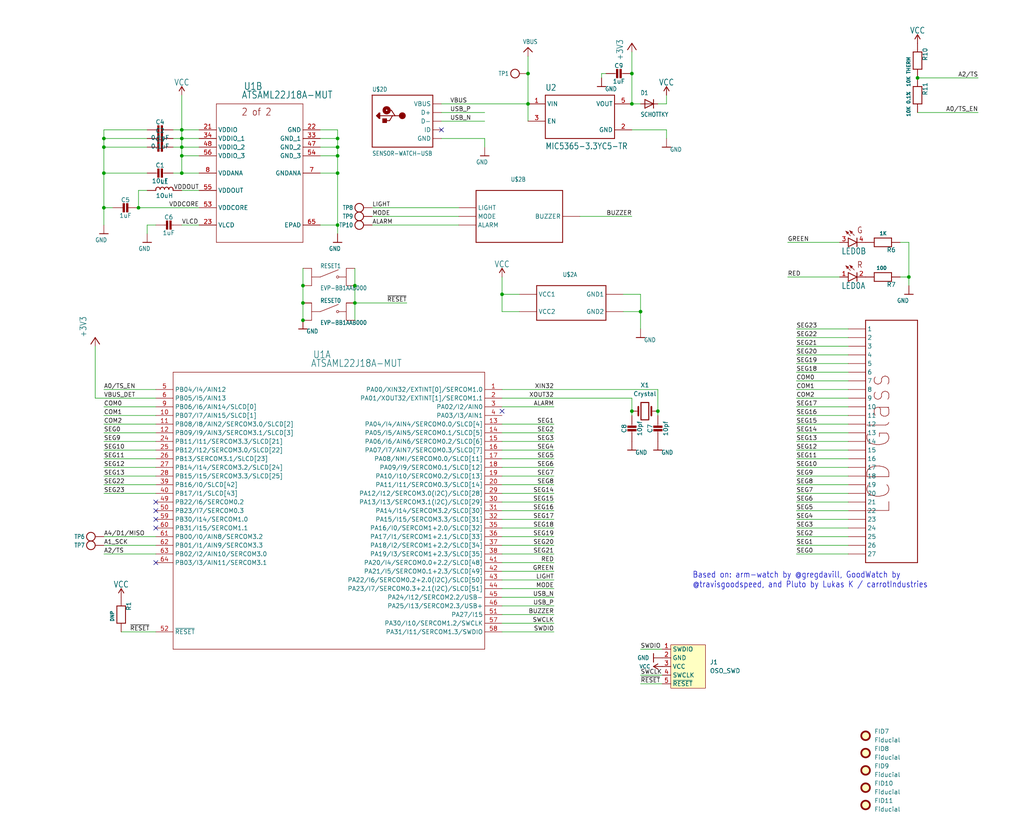
<source format=kicad_sch>
(kicad_sch (version 20211123) (generator eeschema)
  (paper "User" 300.507 242.062)
  (lib_symbols
    (symbol "Device:Crystal" (pin_numbers hide) (pin_names (offset 1.016) hide)
      (property "Reference" "Y" (at 0 3.81 0))
      (property "Value" "Crystal" (at 0 -3.81 0))
      (symbol "Crystal_1_1"
        (pin passive line (at -3.81 0 0) (length 1.27) (name "1") (number "1"))
        (pin passive line (at 3.81 0 180) (length 1.27) (name "2") (number "2"))
      )
    )
    (symbol "Mechanical:Fiducial"
      (property "Reference" "FID" (at 0 5.08 0))
      (property "Value" "Fiducial" (at 0 3.175 0))
    )
    (symbol "OSO-SWAT-A1-05-eagle-import:+3V3" (power)
      (property "Value" "+3V3" (at -2.54 -5.08 90))
      (symbol "+3V3_1_0"
        (pin power_in line (at 0 -2.54 90) (length 2.54) (name "+3V3") (number "1"))
      )
    )
    (symbol "OSO-SWAT-A1-05-eagle-import:ATSAML22J18A-MUT"
      (property "Reference" "U" (at -4.7244 24.3586 0))
      (property "Value" "ATSAML22J18A-MUT" (at -5.3594 21.8186 0))
      (symbol "ATSAML22J18A-MUT_1_0"
        (pin bidirectional line (at 50.8 35.56 180) (length 5.08) (name "PA00/XIN32/EXTINT[0]/SERCOM1.0") (number "1"))
        (pin bidirectional line (at -50.8 27.94 0) (length 5.08) (name "PB07/I7/AIN15/SLCD[1]") (number "10"))
        (pin bidirectional line (at -50.8 25.4 0) (length 5.08) (name "PB08/I8/AIN2/SERCOM3.0/SLCD[2]") (number "11"))
        (pin bidirectional line (at -50.8 22.86 0) (length 5.08) (name "PB09/I9/AIN3/SERCOM3.1/SLCD[3]") (number "12"))
        (pin bidirectional line (at 50.8 25.4 180) (length 5.08) (name "PA04/I4/AIN4/SERCOM0.0/SLCD[4]") (number "13"))
        (pin bidirectional line (at 50.8 22.86 180) (length 5.08) (name "PA05/I5/AIN5/SERCOM0.1/SLCD[5]") (number "14"))
        (pin bidirectional line (at 50.8 20.32 180) (length 5.08) (name "PA06/I6/AIN6/SERCOM0.2/SLCD[6]") (number "15"))
        (pin bidirectional line (at 50.8 17.78 180) (length 5.08) (name "PA07/I7/AIN7/SERCOM0.3/SLCD[7]") (number "16"))
        (pin bidirectional line (at 50.8 15.24 180) (length 5.08) (name "PA08/NMI/SERCOM0.0/SLCD[11]") (number "17"))
        (pin bidirectional line (at 50.8 12.7 180) (length 5.08) (name "PA09/I9/SERCOM0.1/SLCD[12]") (number "18"))
        (pin bidirectional line (at 50.8 10.16 180) (length 5.08) (name "PA10/I10/SERCOM0.2/SLCD[13]") (number "19"))
        (pin bidirectional line (at 50.8 33.02 180) (length 5.08) (name "PA01/XOUT32/EXTINT[1]/SERCOM1.1") (number "2"))
        (pin bidirectional line (at 50.8 7.62 180) (length 5.08) (name "PA11/I11/SERCOM0.3/SLCD[14]") (number "20"))
        (pin bidirectional line (at -50.8 20.32 0) (length 5.08) (name "PB11/I11/SERCOM3.3/SLCD[21]") (number "24"))
        (pin bidirectional line (at -50.8 17.78 0) (length 5.08) (name "PB12/I12/SERCOM3.0/SLCD[22]") (number "25"))
        (pin bidirectional line (at -50.8 15.24 0) (length 5.08) (name "PB13/SERCOM3.1/SLCD[23]") (number "26"))
        (pin bidirectional line (at -50.8 12.7 0) (length 5.08) (name "PB14/I14/SERCOM3.2/SLCD[24]") (number "27"))
        (pin bidirectional line (at -50.8 10.16 0) (length 5.08) (name "PB15/I15/SERCOM3.3/SLCD[25]") (number "28"))
        (pin bidirectional line (at 50.8 5.08 180) (length 5.08) (name "PA12/I12/SERCOM3.0(I2C)/SLCD[28]") (number "29"))
        (pin bidirectional line (at 50.8 30.48 180) (length 5.08) (name "PA02/I2/AIN0") (number "3"))
        (pin bidirectional line (at 50.8 2.54 180) (length 5.08) (name "PA13/I13/SERCOM3.1(I2C)/SLCD[29]") (number "30"))
        (pin bidirectional line (at 50.8 0 180) (length 5.08) (name "PA14/I14/SERCOM3.2/SLCD[30]") (number "31"))
        (pin bidirectional line (at 50.8 -2.54 180) (length 5.08) (name "PA15/I15/SERCOM3.3/SLCD[31]") (number "32"))
        (pin bidirectional line (at 50.8 -5.08 180) (length 5.08) (name "PA16/I0/SERCOM1+2.0/SLCD[32]") (number "35"))
        (pin bidirectional line (at 50.8 -7.62 180) (length 5.08) (name "PA17/I1/SERCOM1+2.1/SLCD[33]") (number "36"))
        (pin bidirectional line (at 50.8 -10.16 180) (length 5.08) (name "PA18/I2/SERCOM1+2.2/SLCD[34]") (number "37"))
        (pin bidirectional line (at 50.8 -12.7 180) (length 5.08) (name "PA19/I3/SERCOM1+2.3/SLCD[35]") (number "38"))
        (pin bidirectional line (at -50.8 7.62 0) (length 5.08) (name "PB16/I0/SLCD[42]") (number "39"))
        (pin bidirectional line (at 50.8 27.94 180) (length 5.08) (name "PA03/I3/AIN1") (number "4"))
        (pin bidirectional line (at -50.8 5.08 0) (length 5.08) (name "PB17/I1/SLCD[43]") (number "40"))
        (pin bidirectional line (at 50.8 -15.24 180) (length 5.08) (name "PA20/I4/SERCOM0.0+2.2/SLCD[48]") (number "41"))
        (pin bidirectional line (at 50.8 -17.78 180) (length 5.08) (name "PA21/I5/SERCOM0.1+2.3/SLCD[49]") (number "42"))
        (pin bidirectional line (at 50.8 -20.32 180) (length 5.08) (name "PA22/I6/SERCOM0.2+2.0(I2C)/SLCD[50]") (number "43"))
        (pin bidirectional line (at 50.8 -22.86 180) (length 5.08) (name "PA23/I7/SERCOM0.3+2.1(I2C)/SLCD[51]") (number "44"))
        (pin bidirectional line (at 50.8 -25.4 180) (length 5.08) (name "PA24/I12/SERCOM2.2/USB-") (number "45"))
        (pin bidirectional line (at 50.8 -27.94 180) (length 5.08) (name "PA25/I13/SERCOM2.3/USB+") (number "46"))
        (pin bidirectional line (at -50.8 2.54 0) (length 5.08) (name "PB22/I6/SERCOM0.2") (number "49"))
        (pin bidirectional line (at -50.8 35.56 0) (length 5.08) (name "PB04/I4/AIN12") (number "5"))
        (pin bidirectional line (at -50.8 0 0) (length 5.08) (name "PB23/I7/SERCOM0.3") (number "50"))
        (pin bidirectional line (at 50.8 -30.48 180) (length 5.08) (name "PA27/I15") (number "51"))
        (pin bidirectional line (at -50.8 -35.56 0) (length 5.08) (name "~{RESET}") (number "52"))
        (pin bidirectional line (at 50.8 -33.02 180) (length 5.08) (name "PA30/I10/SERCOM1.2/SWCLK") (number "57"))
        (pin bidirectional line (at 50.8 -35.56 180) (length 5.08) (name "PA31/I11/SERCOM1.3/SWDIO") (number "58"))
        (pin bidirectional line (at -50.8 -2.54 0) (length 5.08) (name "PB30/I14/SERCOM1.0") (number "59"))
        (pin bidirectional line (at -50.8 33.02 0) (length 5.08) (name "PB05/I5/AIN13") (number "6"))
        (pin bidirectional line (at -50.8 -5.08 0) (length 5.08) (name "PB31/I15/SERCOM1.1") (number "60"))
        (pin bidirectional line (at -50.8 -7.62 0) (length 5.08) (name "PB00/I0/AIN8/SERCOM3.2") (number "61"))
        (pin bidirectional line (at -50.8 -10.16 0) (length 5.08) (name "PB01/I1/AIN9/SERCOM3.3") (number "62"))
        (pin bidirectional line (at -50.8 -12.7 0) (length 5.08) (name "PB02/I2/AIN10/SERCOM3.0") (number "63"))
        (pin bidirectional line (at -50.8 -15.24 0) (length 5.08) (name "PB03/I3/AIN11/SERCOM3.1") (number "64"))
        (pin bidirectional line (at -50.8 30.48 0) (length 5.08) (name "PB06/I6/AIN14/SLCD[0]") (number "9"))
      )
      (symbol "ATSAML22J18A-MUT_2_0"
        (text "2 of 2" (at -5.3594 16.7386 0) (effects (font (size 2.0828 1.7703)) (justify left bottom)))
        (pin power_in line (at -17.78 12.7 0) (length 5.08) (name "VDDIO") (number "21"))
        (pin passive line (at 17.78 12.7 180) (length 5.08) (name "GND") (number "22"))
        (pin passive line (at -17.78 -15.24 0) (length 5.08) (name "VLCD") (number "23"))
        (pin passive line (at 17.78 10.16 180) (length 5.08) (name "GND_1") (number "33"))
        (pin power_in line (at -17.78 10.16 0) (length 5.08) (name "VDDIO_1") (number "34"))
        (pin passive line (at 17.78 7.62 180) (length 5.08) (name "GND_2") (number "47"))
        (pin power_in line (at -17.78 7.62 0) (length 5.08) (name "VDDIO_2") (number "48"))
        (pin power_in line (at -17.78 -10.16 0) (length 5.08) (name "VDDCORE") (number "53"))
        (pin passive line (at 17.78 5.08 180) (length 5.08) (name "GND_3") (number "54"))
        (pin output line (at -17.78 -5.08 0) (length 5.08) (name "VDDOUT") (number "55"))
        (pin power_in line (at -17.78 5.08 0) (length 5.08) (name "VDDIO_3") (number "56"))
        (pin passive line (at 17.78 -15.24 180) (length 5.08) (name "EPAD") (number "65"))
        (pin passive line (at 17.78 0 180) (length 5.08) (name "GNDANA") (number "7"))
        (pin power_in line (at -17.78 0 0) (length 5.08) (name "VDDANA") (number "8"))
      )
    )
    (symbol "OSO-SWAT-A1-05-eagle-import:CAP_CERAMIC_0402MP"
      (property "Reference" "C" (at -2.29 1.25 90))
      (property "Value" "CAP_CERAMIC_0402MP" (at 2.3 1.25 90))
      (symbol "CAP_CERAMIC_0402MP_1_0"
        (pin passive line (at 0 5.08 270) (length 2.54) (name "1") (number "1"))
        (pin passive line (at 0 -2.54 90) (length 2.54) (name "2") (number "2"))
      )
    )
    (symbol "OSO-SWAT-A1-05-eagle-import:CAP_CERAMIC_0603MP"
      (property "Reference" "C" (at -2.29 1.25 90))
      (property "Value" "CAP_CERAMIC_0603MP" (at 2.3 1.25 90))
      (symbol "CAP_CERAMIC_0603MP_1_0"
        (pin passive line (at 0 5.08 270) (length 2.54) (name "1") (number "1"))
        (pin passive line (at 0 -2.54 90) (length 2.54) (name "2") (number "2"))
      )
    )
    (symbol "OSO-SWAT-A1-05-eagle-import:DIODESOD-323F"
      (property "Reference" "D" (at -2.54 2.54 0))
      (property "Value" "DIODESOD-323F" (at -2.54 -3.81 0))
      (symbol "DIODESOD-323F_1_0"
        (pin passive line (at -2.54 0 0) (length 2.54) (name "A") (number "A"))
        (pin passive line (at 2.54 0 180) (length 2.54) (name "C") (number "C"))
      )
    )
    (symbol "OSO-SWAT-A1-05-eagle-import:EVP-BB1AAB000"
      (property "Reference" "S" (at -2.54 2.54 0))
      (property "Value" "EVP-BB1AAB000" (at -2.54 -2.54 0))
      (symbol "EVP-BB1AAB000_1_0"
        (pin passive line (at -7.62 2.54 0) (length 2.54) (name "A1") (number "A1"))
        (pin passive line (at -7.62 -2.54 0) (length 2.54) (name "A2") (number "A2"))
        (pin passive line (at 7.62 2.54 180) (length 2.54) (name "B1") (number "B1"))
        (pin passive line (at 7.62 -2.54 180) (length 2.54) (name "B2") (number "B2"))
      )
    )
    (symbol "OSO-SWAT-A1-05-eagle-import:GND" (power)
      (property "Value" "GND" (at -1.524 -2.54 0))
      (symbol "GND_1_0"
        (pin power_in line (at 0 2.54 270) (length 2.54) (name "GND") (number "1"))
      )
    )
    (symbol "OSO-SWAT-A1-05-eagle-import:MIC5365-3.3YC5-TR"
      (property "Reference" "U" (at -10.16 6.35 0))
      (property "Value" "MIC5365-3.3YC5-TR" (at -10.16 -8.89 0))
      (symbol "MIC5365-3.3YC5-TR_1_0"
        (pin input line (at -15.24 2.54 0) (length 5.08) (name "VIN") (number "1"))
        (pin power_in line (at 15.24 -5.08 180) (length 5.08) (name "GND") (number "2"))
        (pin input line (at -15.24 -2.54 0) (length 5.08) (name "EN") (number "3"))
        (pin output line (at 15.24 2.54 180) (length 5.08) (name "VOUT") (number "5"))
      )
    )
    (symbol "OSO-SWAT-A1-05-eagle-import:MICROBUILDER_INDUCTOR_0805MP"
      (property "Reference" "L" (at 0 2.54 0))
      (property "Value" "MICROBUILDER_INDUCTOR_0805MP" (at 0 -1.54 0))
      (symbol "MICROBUILDER_INDUCTOR_0805MP_1_0"
        (pin passive line (at -5.08 0 0) (length 2.54) (name "1") (number "1"))
        (pin passive line (at 5.08 0 180) (length 2.54) (name "2") (number "2"))
      )
    )
    (symbol "OSO-SWAT-A1-05-eagle-import:MICROBUILDER_TESTPOINTROUND1.5MM"
      (property "Reference" "TP" (at 0 5.588 90))
      (property "Value" "MICROBUILDER_TESTPOINTROUND1.5MM" (at 1.651 5.588 90))
      (symbol "MICROBUILDER_TESTPOINTROUND1.5MM_1_0"
        (pin bidirectional line (at 0 0 90) (length 2.54) (name "P$1") (number "P$1"))
      )
    )
    (symbol "OSO-SWAT-A1-05-eagle-import:QBLP655-RIG"
      (property "Reference" "D" (at -2.0351 6.6102 0))
      (property "Value" "QBLP655-RIG" (at -2.0336 -3.8131 0))
      (symbol "QBLP655-RIG_1_0"
        (text "R" (at 2.54 2.54 0) (effects (font (size 1.778 1.5113)) (justify left bottom)))
        (pin passive line (at -2.54 0 0) (length 2.54) (name "A") (number "1"))
        (pin passive line (at 5.08 0 180) (length 2.54) (name "C") (number "2"))
      )
      (symbol "QBLP655-RIG_2_0"
        (text "G" (at 2.54 2.54 0) (effects (font (size 1.778 1.5113)) (justify left bottom)))
        (pin passive line (at -2.54 0 0) (length 2.54) (name "A") (number "3"))
        (pin passive line (at 5.08 0 180) (length 2.54) (name "C") (number "4"))
      )
    )
    (symbol "OSO-SWAT-A1-05-eagle-import:RESISTOR_0603MP"
      (property "Reference" "R" (at 0 2.54 0))
      (property "Value" "RESISTOR_0603MP" (at 0 0 0))
      (symbol "RESISTOR_0603MP_1_0"
        (pin passive line (at -5.08 0 0) (length 2.54) (name "1") (number "1"))
        (pin passive line (at 5.08 0 180) (length 2.54) (name "2") (number "2"))
      )
    )
    (symbol "OSO-SWAT-A1-05-eagle-import:SENSOR-WATCH-USB"
      (property "Value" "SENSOR-WATCH-USB" (at -10.16 -10.16 0))
      (symbol "SENSOR-WATCH-USB_1_0"
        (pin bidirectional line (at 15.24 2.54 180) (length 5.08) (name "GND1") (number "GND1"))
        (pin bidirectional line (at 15.24 -2.54 180) (length 5.08) (name "GND2") (number "GND2"))
        (pin bidirectional line (at -15.24 2.54 0) (length 5.08) (name "VCC1") (number "VCC1"))
        (pin bidirectional line (at -15.24 -2.54 0) (length 5.08) (name "VCC2") (number "VCC2"))
      )
      (symbol "SENSOR-WATCH-USB_2_0"
        (pin bidirectional line (at -17.78 -2.54 0) (length 5.08) (name "ALARM") (number "ALARM"))
        (pin bidirectional line (at 17.78 0 180) (length 5.08) (name "BUZZER") (number "BUZZER"))
        (pin bidirectional line (at -17.78 2.54 0) (length 5.08) (name "LIGHT") (number "LIGHT"))
        (pin bidirectional line (at -17.78 0 0) (length 5.08) (name "MODE") (number "MODE"))
      )
      (symbol "SENSOR-WATCH-USB_3_0"
        (text "LCD Glass" (at -17.78 2.54 0) (effects (font (size 6.4516 5.4838)) (justify left bottom)))
        (pin input line (at -30.48 -10.16 90) (length 5.08) (name "1") (number "1"))
        (pin input line (at -7.62 -10.16 90) (length 5.08) (name "10") (number "10"))
        (pin input line (at -5.08 -10.16 90) (length 5.08) (name "11") (number "11"))
        (pin input line (at -2.54 -10.16 90) (length 5.08) (name "12") (number "12"))
        (pin input line (at 0 -10.16 90) (length 5.08) (name "13") (number "13"))
        (pin input line (at 2.54 -10.16 90) (length 5.08) (name "14") (number "14"))
        (pin input line (at 5.08 -10.16 90) (length 5.08) (name "15") (number "15"))
        (pin input line (at 7.62 -10.16 90) (length 5.08) (name "16") (number "16"))
        (pin input line (at 10.16 -10.16 90) (length 5.08) (name "17") (number "17"))
        (pin input line (at 12.7 -10.16 90) (length 5.08) (name "18") (number "18"))
        (pin input line (at 15.24 -10.16 90) (length 5.08) (name "19") (number "19"))
        (pin input line (at -27.94 -10.16 90) (length 5.08) (name "2") (number "2"))
        (pin input line (at 17.78 -10.16 90) (length 5.08) (name "20") (number "20"))
        (pin input line (at 20.32 -10.16 90) (length 5.08) (name "21") (number "21"))
        (pin input line (at 22.86 -10.16 90) (length 5.08) (name "22") (number "22"))
        (pin input line (at 25.4 -10.16 90) (length 5.08) (name "23") (number "23"))
        (pin input line (at 27.94 -10.16 90) (length 5.08) (name "24") (number "24"))
        (pin input line (at 30.48 -10.16 90) (length 5.08) (name "25") (number "25"))
        (pin input line (at 33.02 -10.16 90) (length 5.08) (name "26") (number "26"))
        (pin input line (at 35.56 -10.16 90) (length 5.08) (name "27") (number "27"))
        (pin input line (at -25.4 -10.16 90) (length 5.08) (name "3") (number "3"))
        (pin input line (at -22.86 -10.16 90) (length 5.08) (name "4") (number "4"))
        (pin input line (at -20.32 -10.16 90) (length 5.08) (name "5") (number "5"))
        (pin input line (at -17.78 -10.16 90) (length 5.08) (name "6") (number "6"))
        (pin input line (at -15.24 -10.16 90) (length 5.08) (name "7") (number "7"))
        (pin input line (at -12.7 -10.16 90) (length 5.08) (name "8") (number "8"))
        (pin input line (at -10.16 -10.16 90) (length 5.08) (name "9") (number "9"))
      )
      (symbol "SENSOR-WATCH-USB_4_0"
        (pin power_in line (at 10.16 -5.08 180) (length 2.54) (name "GND") (number "GND"))
        (pin bidirectional line (at 10.16 -2.54 180) (length 2.54) (name "ID") (number "USB_ID"))
        (pin bidirectional line (at 10.16 0 180) (length 2.54) (name "D-") (number "USB_N"))
        (pin bidirectional line (at 10.16 2.54 180) (length 2.54) (name "D+") (number "USB_P"))
        (pin power_in line (at 10.16 5.08 180) (length 2.54) (name "VBUS") (number "VBUS"))
      )
    )
    (symbol "OSO-SWAT-A1-05-eagle-import:VBUS" (power)
      (property "Value" "VBUS" (at -1.524 1.016 0))
      (symbol "VBUS_1_0"
        (pin power_in line (at 0 -2.54 90) (length 2.54) (name "VBUS") (number "1"))
      )
    )
    (symbol "OSO-SWAT-A1-05-eagle-import:VCC" (power)
      (property "Value" "VCC" (at 0 2.794 0))
      (symbol "VCC_1_0"
        (pin power_in line (at 0 0 90) (length 2.54) (name "VCC") (number "1"))
      )
    )
    (symbol "OSO-SWD:OSO_SWD"
      (property "Reference" "J" (at 0 -7.62 0))
      (property "Value" "OSO_SWD" (at 0 7.62 0))
      (symbol "OSO_SWD_1_1"
        (pin bidirectional line (at -7.62 5.08 0) (length 2.54) (name "SWDIO") (number "1"))
        (pin power_in line (at -7.62 2.54 0) (length 2.54) (name "GND") (number "2"))
        (pin power_in line (at -7.62 0 0) (length 2.54) (name "VCC") (number "3"))
        (pin bidirectional line (at -7.62 -2.54 0) (length 2.54) (name "SWCLK") (number "4"))
        (pin bidirectional line (at -7.62 -5.08 0) (length 2.54) (name "~{RESET}") (number "5"))
      )
    )
  )
  (junction (at 88.9 93.98))
  (junction (at 30.48 40.64))
  (junction (at 185.42 21.59))
  (junction (at 99.06 45.72))
  (junction (at 53.34 43.18))
  (junction (at 104.14 83.82))
  (junction (at 269.24 22.86))
  (junction (at 99.06 66.04))
  (junction (at 30.48 60.96))
  (junction (at 53.34 40.64))
  (junction (at 30.48 50.8))
  (junction (at 99.06 40.64))
  (junction (at 185.42 30.48))
  (junction (at 40.64 60.96))
  (junction (at 187.96 91.44))
  (junction (at 88.9 88.9))
  (junction (at 53.34 45.72))
  (junction (at 185.42 120.65))
  (junction (at 53.34 50.8))
  (junction (at 53.34 38.1))
  (junction (at 88.9 83.82))
  (junction (at 266.7 81.28))
  (junction (at 154.94 30.48))
  (junction (at 30.48 43.18))
  (junction (at 104.14 88.9))
  (junction (at 154.94 21.59))
  (junction (at 99.06 43.18))
  (junction (at 193.04 120.65))
  (junction (at 99.06 50.8))
  (junction (at 147.32 86.36))
  (no_connect (at 45.72 165.1))
  (no_connect (at 129.54 38.1))
  (no_connect (at 147.32 120.65))
  (no_connect (at 45.72 152.4))
  (no_connect (at 45.72 154.94))
  (no_connect (at 45.72 149.86))
  (no_connect (at 45.72 147.32))
  (wire (pts (xy 147.32 157.48) (xy 162.56 157.48)))
  (wire (pts (xy 187.96 30.48) (xy 185.42 30.48)))
  (wire (pts (xy 185.42 116.84) (xy 147.32 116.84)))
  (wire (pts (xy 147.32 172.72) (xy 162.56 172.72)))
  (wire (pts (xy 104.14 88.9) (xy 104.14 93.98)))
  (wire (pts (xy 27.94 101.6) (xy 27.94 116.84)))
  (wire (pts (xy 233.68 152.4) (xy 248.92 152.4)))
  (wire (pts (xy 88.9 78.74) (xy 88.9 83.82)))
  (wire (pts (xy 53.34 43.18) (xy 53.34 40.64)))
  (wire (pts (xy 58.42 66.04) (xy 53.34 66.04)))
  (wire (pts (xy 185.42 120.65) (xy 185.42 116.84)))
  (wire (pts (xy 162.56 175.26) (xy 147.32 175.26)))
  (wire (pts (xy 193.04 114.3) (xy 193.04 120.65)))
  (wire (pts (xy 187.96 86.36) (xy 187.96 91.44)))
  (wire (pts (xy 58.42 60.96) (xy 40.64 60.96)))
  (wire (pts (xy 233.68 127) (xy 248.92 127)))
  (wire (pts (xy 147.32 114.3) (xy 193.04 114.3)))
  (wire (pts (xy 195.58 30.48) (xy 195.58 27.94)))
  (wire (pts (xy 187.96 190.5) (xy 194.31 190.5)))
  (wire (pts (xy 154.94 21.59) (xy 154.94 30.48)))
  (wire (pts (xy 33.02 60.96) (xy 30.48 60.96)))
  (wire (pts (xy 147.32 154.94) (xy 162.56 154.94)))
  (wire (pts (xy 177.8 21.59) (xy 176.53 21.59)))
  (wire (pts (xy 99.06 40.64) (xy 99.06 43.18)))
  (wire (pts (xy 88.9 83.82) (xy 88.9 88.9)))
  (wire (pts (xy 269.24 33.02) (xy 287.02 33.02)))
  (wire (pts (xy 233.68 132.08) (xy 248.92 132.08)))
  (wire (pts (xy 43.18 40.64) (xy 30.48 40.64)))
  (wire (pts (xy 45.72 124.46) (xy 30.48 124.46)))
  (wire (pts (xy 30.48 142.24) (xy 45.72 142.24)))
  (wire (pts (xy 147.32 165.1) (xy 162.56 165.1)))
  (wire (pts (xy 185.42 38.1) (xy 195.58 38.1)))
  (wire (pts (xy 154.94 16.51) (xy 154.94 21.59)))
  (wire (pts (xy 99.06 50.8) (xy 93.98 50.8)))
  (wire (pts (xy 30.48 132.08) (xy 45.72 132.08)))
  (wire (pts (xy 58.42 50.8) (xy 53.34 50.8)))
  (wire (pts (xy 248.92 116.84) (xy 233.68 116.84)))
  (wire (pts (xy 187.96 86.36) (xy 182.88 86.36)))
  (wire (pts (xy 109.22 63.5) (xy 134.62 63.5)))
  (wire (pts (xy 27.94 116.84) (xy 45.72 116.84)))
  (wire (pts (xy 30.48 60.96) (xy 30.48 50.8)))
  (wire (pts (xy 30.48 43.18) (xy 30.48 40.64)))
  (wire (pts (xy 147.32 81.28) (xy 147.32 86.36)))
  (wire (pts (xy 134.62 60.96) (xy 109.22 60.96)))
  (wire (pts (xy 30.48 38.1) (xy 43.18 38.1)))
  (wire (pts (xy 233.68 124.46) (xy 248.92 124.46)))
  (wire (pts (xy 58.42 40.64) (xy 53.34 40.64)))
  (wire (pts (xy 233.68 142.24) (xy 248.92 142.24)))
  (wire (pts (xy 53.34 38.1) (xy 53.34 27.94)))
  (wire (pts (xy 266.7 71.12) (xy 266.7 81.28)))
  (wire (pts (xy 147.32 134.62) (xy 162.56 134.62)))
  (wire (pts (xy 162.56 180.34) (xy 147.32 180.34)))
  (wire (pts (xy 233.68 154.94) (xy 248.92 154.94)))
  (wire (pts (xy 233.68 96.52) (xy 248.92 96.52)))
  (wire (pts (xy 45.72 157.48) (xy 30.48 157.48)))
  (wire (pts (xy 93.98 45.72) (xy 99.06 45.72)))
  (wire (pts (xy 193.04 30.48) (xy 195.58 30.48)))
  (wire (pts (xy 53.34 43.18) (xy 50.8 43.18)))
  (wire (pts (xy 147.32 149.86) (xy 162.56 149.86)))
  (wire (pts (xy 182.88 91.44) (xy 187.96 91.44)))
  (wire (pts (xy 53.34 45.72) (xy 58.42 45.72)))
  (wire (pts (xy 147.32 160.02) (xy 162.56 160.02)))
  (wire (pts (xy 43.18 50.8) (xy 30.48 50.8)))
  (wire (pts (xy 233.68 144.78) (xy 248.92 144.78)))
  (wire (pts (xy 233.68 101.6) (xy 248.92 101.6)))
  (wire (pts (xy 266.7 81.28) (xy 266.7 83.82)))
  (wire (pts (xy 147.32 144.78) (xy 162.56 144.78)))
  (wire (pts (xy 50.8 50.8) (xy 53.34 50.8)))
  (wire (pts (xy 162.56 170.18) (xy 147.32 170.18)))
  (wire (pts (xy 53.34 45.72) (xy 53.34 43.18)))
  (wire (pts (xy 231.14 81.28) (xy 246.38 81.28)))
  (wire (pts (xy 147.32 127) (xy 162.56 127)))
  (wire (pts (xy 185.42 21.59) (xy 185.42 30.48)))
  (wire (pts (xy 147.32 132.08) (xy 162.56 132.08)))
  (wire (pts (xy 162.56 119.38) (xy 147.32 119.38)))
  (wire (pts (xy 147.32 91.44) (xy 152.4 91.44)))
  (wire (pts (xy 233.68 147.32) (xy 248.92 147.32)))
  (wire (pts (xy 53.34 38.1) (xy 50.8 38.1)))
  (wire (pts (xy 58.42 55.88) (xy 53.34 55.88)))
  (wire (pts (xy 233.68 99.06) (xy 248.92 99.06)))
  (wire (pts (xy 30.48 129.54) (xy 45.72 129.54)))
  (wire (pts (xy 187.96 200.66) (xy 194.31 200.66)))
  (wire (pts (xy 193.04 120.65) (xy 193.04 121.92)))
  (wire (pts (xy 162.56 177.8) (xy 147.32 177.8)))
  (wire (pts (xy 195.58 38.1) (xy 195.58 40.64)))
  (wire (pts (xy 30.48 144.78) (xy 45.72 144.78)))
  (wire (pts (xy 233.68 139.7) (xy 248.92 139.7)))
  (wire (pts (xy 58.42 38.1) (xy 53.34 38.1)))
  (wire (pts (xy 30.48 134.62) (xy 45.72 134.62)))
  (wire (pts (xy 93.98 43.18) (xy 99.06 43.18)))
  (wire (pts (xy 53.34 40.64) (xy 53.34 38.1)))
  (wire (pts (xy 154.94 35.56) (xy 154.94 30.48)))
  (wire (pts (xy 88.9 88.9) (xy 88.9 93.98)))
  (wire (pts (xy 43.18 43.18) (xy 30.48 43.18)))
  (wire (pts (xy 176.53 21.59) (xy 176.53 22.86)))
  (wire (pts (xy 45.72 162.56) (xy 30.48 162.56)))
  (wire (pts (xy 233.68 109.22) (xy 248.92 109.22)))
  (wire (pts (xy 147.32 162.56) (xy 162.56 162.56)))
  (wire (pts (xy 129.54 30.48) (xy 154.94 30.48)))
  (wire (pts (xy 233.68 121.92) (xy 248.92 121.92)))
  (wire (pts (xy 43.18 68.58) (xy 43.18 66.04)))
  (wire (pts (xy 233.68 119.38) (xy 248.92 119.38)))
  (wire (pts (xy 99.06 43.18) (xy 99.06 45.72)))
  (wire (pts (xy 147.32 147.32) (xy 162.56 147.32)))
  (wire (pts (xy 142.24 35.56) (xy 129.54 35.56)))
  (wire (pts (xy 147.32 182.88) (xy 162.56 182.88)))
  (wire (pts (xy 233.68 106.68) (xy 248.92 106.68)))
  (wire (pts (xy 233.68 149.86) (xy 248.92 149.86)))
  (wire (pts (xy 93.98 38.1) (xy 99.06 38.1)))
  (wire (pts (xy 43.18 66.04) (xy 45.72 66.04)))
  (wire (pts (xy 233.68 162.56) (xy 248.92 162.56)))
  (wire (pts (xy 93.98 40.64) (xy 99.06 40.64)))
  (wire (pts (xy 246.38 71.12) (xy 231.14 71.12)))
  (wire (pts (xy 233.68 104.14) (xy 248.92 104.14)))
  (wire (pts (xy 185.42 121.92) (xy 185.42 120.65)))
  (wire (pts (xy 147.32 139.7) (xy 162.56 139.7)))
  (wire (pts (xy 43.18 55.88) (xy 40.64 55.88)))
  (wire (pts (xy 104.14 78.74) (xy 104.14 83.82)))
  (wire (pts (xy 269.24 22.86) (xy 287.02 22.86)))
  (wire (pts (xy 134.62 66.04) (xy 109.22 66.04)))
  (wire (pts (xy 147.32 185.42) (xy 162.56 185.42)))
  (wire (pts (xy 233.68 137.16) (xy 248.92 137.16)))
  (wire (pts (xy 45.72 121.92) (xy 30.48 121.92)))
  (wire (pts (xy 30.48 50.8) (xy 30.48 43.18)))
  (wire (pts (xy 264.16 71.12) (xy 266.7 71.12)))
  (wire (pts (xy 264.16 81.28) (xy 266.7 81.28)))
  (wire (pts (xy 129.54 40.64) (xy 142.24 40.64)))
  (wire (pts (xy 233.68 160.02) (xy 248.92 160.02)))
  (wire (pts (xy 99.06 38.1) (xy 99.06 40.64)))
  (wire (pts (xy 35.56 185.42) (xy 45.72 185.42)))
  (wire (pts (xy 30.48 139.7) (xy 45.72 139.7)))
  (wire (pts (xy 185.42 63.5) (xy 170.18 63.5)))
  (wire (pts (xy 142.24 33.02) (xy 129.54 33.02)))
  (wire (pts (xy 30.48 127) (xy 45.72 127)))
  (wire (pts (xy 99.06 45.72) (xy 99.06 50.8)))
  (wire (pts (xy 45.72 119.38) (xy 30.48 119.38)))
  (wire (pts (xy 147.32 86.36) (xy 147.32 91.44)))
  (wire (pts (xy 147.32 129.54) (xy 162.56 129.54)))
  (wire (pts (xy 30.48 60.96) (xy 30.48 66.04)))
  (wire (pts (xy 99.06 50.8) (xy 99.06 66.04)))
  (wire (pts (xy 45.72 114.3) (xy 30.48 114.3)))
  (wire (pts (xy 187.96 91.44) (xy 187.96 96.52)))
  (wire (pts (xy 147.32 137.16) (xy 162.56 137.16)))
  (wire (pts (xy 248.92 114.3) (xy 233.68 114.3)))
  (wire (pts (xy 147.32 124.46) (xy 162.56 124.46)))
  (wire (pts (xy 53.34 40.64) (xy 50.8 40.64)))
  (wire (pts (xy 248.92 111.76) (xy 233.68 111.76)))
  (wire (pts (xy 233.68 129.54) (xy 248.92 129.54)))
  (wire (pts (xy 142.24 40.64) (xy 142.24 43.18)))
  (wire (pts (xy 233.68 157.48) (xy 248.92 157.48)))
  (wire (pts (xy 104.14 88.9) (xy 119.38 88.9)))
  (wire (pts (xy 45.72 160.02) (xy 30.48 160.02)))
  (wire (pts (xy 30.48 137.16) (xy 45.72 137.16)))
  (wire (pts (xy 99.06 66.04) (xy 99.06 68.58)))
  (wire (pts (xy 147.32 152.4) (xy 162.56 152.4)))
  (wire (pts (xy 185.42 15.24) (xy 185.42 21.59)))
  (wire (pts (xy 162.56 167.64) (xy 147.32 167.64)))
  (wire (pts (xy 93.98 66.04) (xy 99.06 66.04)))
  (wire (pts (xy 187.96 198.12) (xy 194.31 198.12)))
  (wire (pts (xy 104.14 83.82) (xy 104.14 88.9)))
  (wire (pts (xy 40.64 55.88) (xy 40.64 60.96)))
  (wire (pts (xy 152.4 86.36) (xy 147.32 86.36)))
  (wire (pts (xy 53.34 50.8) (xy 53.34 45.72)))
  (wire (pts (xy 147.32 142.24) (xy 162.56 142.24)))
  (wire (pts (xy 233.68 134.62) (xy 248.92 134.62)))
  (wire (pts (xy 58.42 43.18) (xy 53.34 43.18)))
  (wire (pts (xy 30.48 40.64) (xy 30.48 38.1)))
  (text "Based on: arm-watch by @gregdavill, GoodWatch by\n@travisgoodspeed, and Pluto by Lukas K / carrotIndustries" (at 203.2 172.72 0) (effects (font (size 1.778 1.5113)) (justify left bottom)))
  (label "SEG5" (at 162.56 134.62 180) (effects (font (size 1.2446 1.2446))))
  (label "GREEN" (at 231.14 71.12 0) (effects (font (size 1.2446 1.2446))))
  (label "RED" (at 231.14 81.28 0) (effects (font (size 1.2446 1.2446))))
  (label "MODE" (at 162.56 172.72 180) (effects (font (size 1.2446 1.2446))))
  (label "SEG20" (at 233.68 104.14 0) (effects (font (size 1.2446 1.2446))))
  (label "SEG19" (at 162.56 157.48 180) (effects (font (size 1.2446 1.2446))))
  (label "~{RESET}" (at 38.1 185.42 0) (effects (font (size 1.2446 1.2446))))
  (label "USB_N" (at 162.56 175.26 180) (effects (font (size 1.2446 1.2446))))
  (label "SEG10" (at 233.68 137.16 0) (effects (font (size 1.2446 1.2446))))
  (label "SEG3" (at 233.68 154.94 0) (effects (font (size 1.2446 1.2446))))
  (label "VBUS_DET" (at 30.48 116.84 0) (effects (font (size 1.2446 1.2446))))
  (label "USB_N" (at 132.08 35.56 0) (effects (font (size 1.2446 1.2446))))
  (label "SEG9" (at 233.68 139.7 0) (effects (font (size 1.2446 1.2446))))
  (label "SEG4" (at 162.56 132.08 180) (effects (font (size 1.2446 1.2446))))
  (label "LIGHT" (at 109.22 60.96 0) (effects (font (size 1.2446 1.2446))))
  (label "SEG13" (at 30.48 139.7 0) (effects (font (size 1.2446 1.2446))))
  (label "SEG23" (at 30.48 144.78 0) (effects (font (size 1.2446 1.2446))))
  (label "SEG23" (at 233.68 96.52 0) (effects (font (size 1.2446 1.2446))))
  (label "USB_P" (at 162.56 177.8 180) (effects (font (size 1.2446 1.2446))))
  (label "SEG16" (at 233.68 121.92 0) (effects (font (size 1.2446 1.2446))))
  (label "SEG5" (at 233.68 149.86 0) (effects (font (size 1.2446 1.2446))))
  (label "COM1" (at 30.48 121.92 0) (effects (font (size 1.2446 1.2446))))
  (label "SEG12" (at 233.68 132.08 0) (effects (font (size 1.2446 1.2446))))
  (label "SEG13" (at 233.68 129.54 0) (effects (font (size 1.2446 1.2446))))
  (label "COM1" (at 233.68 114.3 0) (effects (font (size 1.2446 1.2446))))
  (label "BUZZER" (at 162.56 180.34 180) (effects (font (size 1.2446 1.2446))))
  (label "COM2" (at 233.68 116.84 0) (effects (font (size 1.2446 1.2446))))
  (label "SWCLK" (at 187.96 198.12 0) (effects (font (size 1.2446 1.2446))))
  (label "SEG8" (at 162.56 142.24 180) (effects (font (size 1.2446 1.2446))))
  (label "A2{slash}TS" (at 30.48 162.56 0) (effects (font (size 1.2446 1.2446))))
  (label "SEG7" (at 233.68 144.78 0) (effects (font (size 1.2446 1.2446))))
  (label "SEG15" (at 162.56 147.32 180) (effects (font (size 1.2446 1.2446))))
  (label "SWDIO" (at 187.96 190.5 0) (effects (font (size 1.2446 1.2446))))
  (label "SWDIO" (at 162.56 185.42 180) (effects (font (size 1.2446 1.2446))))
  (label "SEG0" (at 233.68 162.56 0) (effects (font (size 1.2446 1.2446))))
  (label "SEG14" (at 162.56 144.78 180) (effects (font (size 1.2446 1.2446))))
  (label "~{RESET}" (at 119.38 88.9 180) (effects (font (size 1.2446 1.2446))))
  (label "SEG21" (at 233.68 101.6 0) (effects (font (size 1.2446 1.2446))))
  (label "MODE" (at 109.22 63.5 0) (effects (font (size 1.2446 1.2446))))
  (label "SEG4" (at 233.68 152.4 0) (effects (font (size 1.2446 1.2446))))
  (label "LIGHT" (at 162.56 170.18 180) (effects (font (size 1.2446 1.2446))))
  (label "SEG15" (at 233.68 124.46 0) (effects (font (size 1.2446 1.2446))))
  (label "SEG19" (at 233.68 106.68 0) (effects (font (size 1.2446 1.2446))))
  (label "SEG3" (at 162.56 129.54 180) (effects (font (size 1.2446 1.2446))))
  (label "SEG20" (at 162.56 160.02 180) (effects (font (size 1.2446 1.2446))))
  (label "A0{slash}TS_EN" (at 30.48 114.3 0) (effects (font (size 1.2446 1.2446))))
  (label "SEG14" (at 233.68 127 0) (effects (font (size 1.2446 1.2446))))
  (label "SEG16" (at 162.56 149.86 180) (effects (font (size 1.2446 1.2446))))
  (label "SEG18" (at 162.56 154.94 180) (effects (font (size 1.2446 1.2446))))
  (label "SEG8" (at 233.68 142.24 0) (effects (font (size 1.2446 1.2446))))
  (label "USB_P" (at 132.08 33.02 0) (effects (font (size 1.2446 1.2446))))
  (label "VLCD" (at 53.34 66.04 0))
  (label "VDDOUT" (at 58.42 55.88 180))
  (label "SEG2" (at 233.68 157.48 0) (effects (font (size 1.2446 1.2446))))
  (label "SEG22" (at 30.48 142.24 0) (effects (font (size 1.2446 1.2446))))
  (label "A1_SCK" (at 30.48 160.02 0) (effects (font (size 1.2446 1.2446))))
  (label "SEG7" (at 162.56 139.7 180) (effects (font (size 1.2446 1.2446))))
  (label "SEG21" (at 162.56 162.56 180) (effects (font (size 1.2446 1.2446))))
  (label "SEG1" (at 233.68 160.02 0) (effects (font (size 1.2446 1.2446))))
  (label "SEG17" (at 233.68 119.38 0) (effects (font (size 1.2446 1.2446))))
  (label "VDDCORE" (at 58.42 60.96 180))
  (label "SEG9" (at 30.48 129.54 0) (effects (font (size 1.2446 1.2446))))
  (label "XOUT32" (at 162.56 116.84 180) (effects (font (size 1.2446 1.2446))))
  (label "ALARM" (at 162.56 119.38 180) (effects (font (size 1.2446 1.2446))))
  (label "XIN32" (at 162.56 114.3 180) (effects (font (size 1.2446 1.2446))))
  (label "SEG6" (at 162.56 137.16 180) (effects (font (size 1.2446 1.2446))))
  (label "SEG12" (at 30.48 137.16 0) (effects (font (size 1.2446 1.2446))))
  (label "VBUS" (at 132.08 30.48 0) (effects (font (size 1.2446 1.2446))))
  (label "GREEN" (at 162.56 167.64 180) (effects (font (size 1.2446 1.2446))))
  (label "SEG10" (at 30.48 132.08 0) (effects (font (size 1.2446 1.2446))))
  (label "SWCLK" (at 162.56 182.88 180) (effects (font (size 1.2446 1.2446))))
  (label "BUZZER" (at 185.42 63.5 180) (effects (font (size 1.2446 1.2446))))
  (label "SEG0" (at 30.48 127 0) (effects (font (size 1.2446 1.2446))))
  (label "SEG1" (at 162.56 124.46 180) (effects (font (size 1.2446 1.2446))))
  (label "RED" (at 162.56 165.1 180) (effects (font (size 1.2446 1.2446))))
  (label "SEG17" (at 162.56 152.4 180) (effects (font (size 1.2446 1.2446))))
  (label "A2{slash}TS" (at 287.02 22.86 180) (effects (font (size 1.2446 1.2446))))
  (label "ALARM" (at 109.22 66.04 0) (effects (font (size 1.2446 1.2446))))
  (label "SEG22" (at 233.68 99.06 0) (effects (font (size 1.2446 1.2446))))
  (label "SEG18" (at 233.68 109.22 0) (effects (font (size 1.2446 1.2446))))
  (label "SEG2" (at 162.56 127 180) (effects (font (size 1.2446 1.2446))))
  (label "SEG6" (at 233.68 147.32 0) (effects (font (size 1.2446 1.2446))))
  (label "A4/D1/MISO" (at 30.48 157.48 0) (effects (font (size 1.2446 1.2446))))
  (label "A0{slash}TS_EN" (at 287.02 33.02 180))
  (label "COM0" (at 30.48 119.38 0) (effects (font (size 1.2446 1.2446))))
  (label "COM2" (at 30.48 124.46 0) (effects (font (size 1.2446 1.2446))))
  (label "SEG11" (at 233.68 134.62 0) (effects (font (size 1.2446 1.2446))))
  (label "COM0" (at 233.68 111.76 0) (effects (font (size 1.2446 1.2446))))
  (label "SEG11" (at 30.48 134.62 0) (effects (font (size 1.2446 1.2446))))
  (label "~{RESET}" (at 187.96 200.66 0) (effects (font (size 1.2446 1.2446))))
  (symbol (lib_id "Mechanical:Fiducial") (at 254 231.14 0) (unit 1)
    (property "Reference" "FID10" (at 256.54 229.8699 0) (effects (justify left)))
    (property "Value" "Fiducial" (at 256.54 232.4099 0) (effects (justify left)))
    (property "Footprint" "Fiducial:Fiducial_0.75mm_Mask1.5mm" (effects hide))
  )
  (symbol (lib_id "OSO-SWAT-A1-05-eagle-import:VCC") (at 147.32 81.28 0) (unit 1)
    (property "Reference" "#SUPPLY02" (effects hide))
    (property "Value" "VCC" (at 147.32 78.486 0) (effects (font (size 1.778 1.5113)) (justify bottom)))
    (property "Footprint" "OSO-SWAT-A1-05:" (effects hide))
  )
  (symbol (lib_id "OSO-SWAT-A1-05-eagle-import:VCC") (at 53.34 27.94 0) (unit 1)
    (property "Reference" "#SUPPLY01" (effects hide))
    (property "Value" "VCC" (at 53.34 25.146 0) (effects (font (size 1.778 1.5113)) (justify bottom)))
    (property "Footprint" "OSO-SWAT-A1-05:" (effects hide))
  )
  (symbol (lib_id "OSO-SWAT-A1-05-eagle-import:GND") (at 266.7 86.36 0) (mirror y) (unit 1)
    (property "Reference" "#GND015" (effects hide))
    (property "Value" "GND" (at 266.7 88.9 0) (effects (font (size 1.27 1.0795)) (justify left bottom)))
    (property "Footprint" "OSO-SWAT-A1-05:" (effects hide))
  )
  (symbol (lib_id "OSO-SWAT-A1-05-eagle-import:RESISTOR_0603MP") (at 259.08 71.12 180) (unit 1)
    (property "Reference" "R6" (at 262.89 72.6186 0) (effects (justify left bottom)))
    (property "Value" "1K" (at 260.35 67.818 0) (effects (font (size 1.016 1.016) bold) (justify left bottom)))
    (property "Footprint" "OSO-SWAT-A1-05:_0603MP" (effects hide))
  )
  (symbol (lib_id "OSO-SWAT-A1-05-eagle-import:GND") (at 43.18 71.12 0) (unit 1)
    (property "Reference" "#GND02" (effects hide))
    (property "Value" "GND" (at 40.64 73.66 0) (effects (font (size 1.27 1.0795)) (justify left bottom)))
    (property "Footprint" "OSO-SWAT-A1-05:" (effects hide))
  )
  (symbol (lib_id "OSO-SWAT-A1-05-eagle-import:RESISTOR_0603MP") (at 269.24 17.78 270) (unit 1)
    (property "Reference" "R10" (at 270.7386 13.97 0) (effects (justify left bottom)))
    (property "Value" "10K THERM" (at 265.938 16.51 0) (effects (font (size 1.016 1.016) bold) (justify left bottom)))
    (property "Footprint" "OSO-SWAT-A1-05:_0603MP" (effects hide))
  )
  (symbol (lib_id "OSO-SWAT-A1-05-eagle-import:EVP-BB1AAB000") (at 96.52 81.28 0) (unit 1)
    (property "Reference" "RESET1" (at 93.98 78.74 0) (effects (font (size 1.27 1.0795)) (justify left bottom)))
    (property "Value" "EVP-BB1AAB000" (at 93.98 83.82 0) (effects (font (size 1.27 1.0795)) (justify left top)))
    (property "Footprint" "OSO-SWAT-A1-05:SW_EVP-BB1AAB000" (effects hide))
  )
  (symbol (lib_id "OSO-SWAT-A1-05-eagle-import:CAP_CERAMIC_0402MP") (at 185.42 127 0) (unit 1)
    (property "Reference" "C8" (at 183.13 125.75 90))
    (property "Value" "10pf" (at 187.72 125.75 90))
    (property "Footprint" "OSO-SWAT-A1-05:_0402MP" (effects hide))
  )
  (symbol (lib_id "OSO-SWAT-A1-05-eagle-import:RESISTOR_0603MP") (at 35.56 180.34 270) (unit 1)
    (property "Reference" "R1" (at 37.0586 176.53 0) (effects (justify left bottom)))
    (property "Value" "DNP" (at 32.258 179.07 0) (effects (font (size 1.016 1.016) bold) (justify left bottom)))
    (property "Footprint" "OSO-SWAT-A1-05:_0603MP" (effects hide))
  )
  (symbol (lib_id "OSO-SWAT-A1-05-eagle-import:ATSAML22J18A-MUT") (at 76.2 50.8 0) (unit 2)
    (property "Reference" "U1" (at 71.4756 26.4414 0) (effects (font (size 2.0828 1.7703)) (justify left bottom)))
    (property "Value" "ATSAML22J18A-MUT" (at 70.8406 28.9814 0) (effects (font (size 2.0828 1.7703)) (justify left bottom)))
    (property "Footprint" "OSO-SWAT-A1-05:QFN64_9X9MC_MCH" (effects hide))
  )
  (symbol (lib_id "OSO-SWAT-A1-05-eagle-import:MICROBUILDER_TESTPOINTROUND1.5MM") (at 109.22 63.5 90) (unit 1)
    (property "Reference" "TP9" (at 103.632 63.5 90) (effects (font (size 1.27 1.0795)) (justify left)))
    (property "Value" "MICROBUILDER_TESTPOINTROUND1.5MM" (effects hide))
    (property "Footprint" "OSO-SWAT-A1-05:MICROBUILDER_TESTPOINT_ROUND_1.5MM" (effects hide))
  )
  (symbol (lib_id "OSO-SWAT-A1-05-eagle-import:MIC5365-3.3YC5-TR") (at 170.18 33.02 0) (unit 1)
    (property "Reference" "U2" (at 160.02 26.67 0) (effects (font (size 1.778 1.5113)) (justify left bottom)))
    (property "Value" "MIC5365-3.3YC5-TR" (at 160.02 41.91 0) (effects (font (size 1.778 1.5113)) (justify left top)))
    (property "Footprint" "OSO-SWAT-A1-05:SOT65P210X110-5N" (effects hide))
  )
  (symbol (lib_id "OSO-SWAT-A1-05-eagle-import:CAP_CERAMIC_0603MP") (at 48.26 66.04 270) (unit 1)
    (property "Reference" "C6" (at 49.51 63.75 90))
    (property "Value" "1uF" (at 49.51 68.34 90))
    (property "Footprint" "OSO-SWAT-A1-05:_0603MP" (effects hide))
  )
  (symbol (lib_id "OSO-SWAT-A1-05-eagle-import:CAP_CERAMIC_0603MP") (at 45.72 40.64 270) (unit 1)
    (property "Reference" "C2" (at 46.97 38.35 90))
    (property "Value" "0.1uF" (at 46.97 42.94 90))
    (property "Footprint" "OSO-SWAT-A1-05:_0603MP" (effects hide))
  )
  (symbol (lib_id "OSO-SWAT-A1-05-eagle-import:DIODESOD-323F") (at 190.5 30.48 0) (unit 1)
    (property "Reference" "D1" (at 187.96 27.94 0) (effects (font (size 1.27 1.0795)) (justify left bottom)))
    (property "Value" "SCHOTTKY" (at 187.96 34.29 0) (effects (font (size 1.27 1.0795)) (justify left bottom)))
    (property "Footprint" "OSO-SWAT-A1-05:SOD-323F" (effects hide))
  )
  (symbol (lib_id "OSO-SWAT-A1-05-eagle-import:MICROBUILDER_INDUCTOR_0805MP") (at 48.26 55.88 0) (unit 1)
    (property "Reference" "L1" (at 48.26 53.34 0))
    (property "Value" "10uH" (at 48.26 57.42 0))
    (property "Footprint" "OSO-SWAT-A1-05:MICROBUILDER__0805MP" (effects hide))
  )
  (symbol (lib_id "OSO-SWAT-A1-05-eagle-import:+3V3") (at 185.42 12.7 0) (unit 1)
    (property "Reference" "#+3V026" (effects hide))
    (property "Value" "+3V3" (at 182.88 17.78 90) (effects (font (size 1.778 1.5113)) (justify left bottom)))
    (property "Footprint" "OSO-SWAT-A1-05:" (effects hide))
  )
  (symbol (lib_id "OSO-SWAT-A1-05-eagle-import:ATSAML22J18A-MUT") (at 96.52 149.86 0) (unit 1)
    (property "Reference" "U1" (at 91.7956 105.1814 0) (effects (font (size 2.0828 1.7703)) (justify left bottom)))
    (property "Value" "ATSAML22J18A-MUT" (at 91.1606 107.7214 0) (effects (font (size 2.0828 1.7703)) (justify left bottom)))
    (property "Footprint" "OSO-SWAT-A1-05:QFN64_9X9MC_MCH" (effects hide))
  )
  (symbol (lib_id "OSO-SWAT-A1-05-eagle-import:GND") (at 142.24 45.72 0) (unit 1)
    (property "Reference" "#GND03" (effects hide))
    (property "Value" "GND" (at 139.7 48.26 0) (effects (font (size 1.27 1.0795)) (justify left bottom)))
    (property "Footprint" "OSO-SWAT-A1-05:" (effects hide))
  )
  (symbol (lib_id "OSO-SWAT-A1-05-eagle-import:GND") (at 193.04 132.08 0) (mirror y) (unit 1)
    (property "Reference" "#U$03" (effects hide))
    (property "Value" "GND" (at 194.056 132.08 0) (effects (font (size 1.27 1.0795)) (justify right top)))
    (property "Footprint" "OSO-SWAT-A1-05:" (effects hide))
  )
  (symbol (lib_id "OSO-SWAT-A1-05-eagle-import:QBLP655-RIG") (at 248.92 81.28 0) (unit 1)
    (property "Reference" "LED0" (at 246.8848 84.8298 0) (effects (font (size 1.7807 1.5135)) (justify left bottom)))
    (property "Value" "QBLP655-RIG" (effects hide))
    (property "Footprint" "OSO-SWAT-A1-05:LED_QBLP655" (effects hide))
  )
  (symbol (lib_id "OSO-SWAT-A1-05-eagle-import:VCC") (at 194.31 195.58 90) (unit 1)
    (property "Reference" "#SUPPLY0102" (effects hide))
    (property "Value" "VCC" (at 189.23 195.58 90) (effects (font (size 1.0795 1.0795))))
    (property "Footprint" "OSO-SWAT-A1-05:" (effects hide))
  )
  (symbol (lib_id "OSO-SWAT-A1-05-eagle-import:VCC") (at 35.56 175.26 0) (unit 1)
    (property "Reference" "#SUPPLY05" (effects hide))
    (property "Value" "VCC" (at 35.56 172.466 0) (effects (font (size 1.778 1.5113)) (justify bottom)))
    (property "Footprint" "OSO-SWAT-A1-05:" (effects hide))
  )
  (symbol (lib_id "OSO-SWAT-A1-05-eagle-import:QBLP655-RIG") (at 248.92 71.12 0) (unit 2)
    (property "Reference" "LED0" (at 246.8848 74.6698 0) (effects (font (size 1.7807 1.5135)) (justify left bottom)))
    (property "Value" "QBLP655-RIG" (effects hide))
    (property "Footprint" "OSO-SWAT-A1-05:LED_QBLP655" (effects hide))
  )
  (symbol (lib_id "Mechanical:Fiducial") (at 254 215.9 0) (unit 1)
    (property "Reference" "FID7" (at 256.54 214.6299 0) (effects (justify left)))
    (property "Value" "Fiducial" (at 256.54 217.1699 0) (effects (justify left)))
    (property "Footprint" "Fiducial:Fiducial_0.75mm_Mask1.5mm" (effects hide))
  )
  (symbol (lib_id "OSO-SWAT-A1-05-eagle-import:GND") (at 176.53 25.4 0) (mirror y) (unit 1)
    (property "Reference" "#U$0101" (effects hide))
    (property "Value" "GND" (at 177.546 25.4 0) (effects (font (size 1.27 1.0795)) (justify right top)))
    (property "Footprint" "OSO-SWAT-A1-05:" (effects hide))
  )
  (symbol (lib_id "OSO-SWAT-A1-05-eagle-import:VCC") (at 269.24 12.7 0) (unit 1)
    (property "Reference" "#SUPPLY0101" (effects hide))
    (property "Value" "VCC" (at 269.24 9.906 0) (effects (font (size 1.778 1.5113)) (justify bottom)))
    (property "Footprint" "OSO-SWAT-A1-05:" (effects hide))
  )
  (symbol (lib_id "OSO-SWAT-A1-05-eagle-import:CAP_CERAMIC_0402MP") (at 193.04 127 0) (unit 1)
    (property "Reference" "C7" (at 190.75 125.75 90))
    (property "Value" "10pf" (at 195.34 125.75 90))
    (property "Footprint" "OSO-SWAT-A1-05:_0402MP" (effects hide))
  )
  (symbol (lib_id "OSO-SWAT-A1-05-eagle-import:MICROBUILDER_TESTPOINTROUND1.5MM") (at 30.48 160.02 90) (unit 1)
    (property "Reference" "TP7" (at 24.892 160.02 90) (effects (font (size 1.27 1.0795)) (justify left)))
    (property "Value" "MICROBUILDER_TESTPOINTROUND1.5MM" (effects hide))
    (property "Footprint" "OSO-SWAT-A1-05:MICROBUILDER_TESTPOINT_ROUND_1.5MM" (effects hide))
  )
  (symbol (lib_id "OSO-SWAT-A1-05-eagle-import:CAP_CERAMIC_0603MP") (at 35.56 60.96 270) (unit 1)
    (property "Reference" "C5" (at 36.81 58.67 90))
    (property "Value" "1uF" (at 36.81 63.26 90))
    (property "Footprint" "OSO-SWAT-A1-05:_0603MP" (effects hide))
  )
  (symbol (lib_id "OSO-SWAT-A1-05-eagle-import:RESISTOR_0603MP") (at 269.24 27.94 270) (unit 1)
    (property "Reference" "R11" (at 270.7386 24.13 0) (effects (justify left bottom)))
    (property "Value" "10K 0.1%" (at 265.938 26.67 0) (effects (font (size 1.016 1.016) bold) (justify left bottom)))
    (property "Footprint" "OSO-SWAT-A1-05:_0603MP" (effects hide))
  )
  (symbol (lib_id "OSO-SWAT-A1-05-eagle-import:GND") (at 88.9 96.52 0) (mirror y) (unit 1)
    (property "Reference" "#U$04" (effects hide))
    (property "Value" "GND" (at 89.916 96.52 0) (effects (font (size 1.27 1.0795)) (justify right top)))
    (property "Footprint" "OSO-SWAT-A1-05:" (effects hide))
  )
  (symbol (lib_id "OSO-SWAT-A1-05-eagle-import:SENSOR-WATCH-USB") (at 167.64 88.9 0) (unit 1)
    (property "Reference" "U$2" (at 165.1 81.28 0) (effects (font (size 1.27 1.0795)) (justify left bottom)))
    (property "Value" "SENSOR-WATCH-USB" (effects hide))
    (property "Footprint" "OSO-SWAT-A1-05:CASIO-F91W-OUTLINE-USB" (effects hide))
  )
  (symbol (lib_id "OSO-SWAT-A1-05-eagle-import:VBUS") (at 154.94 13.97 0) (unit 1)
    (property "Reference" "#U$08" (effects hide))
    (property "Value" "VBUS" (at 153.416 12.954 0) (effects (font (size 1.27 1.0795)) (justify left bottom)))
    (property "Footprint" "OSO-SWAT-A1-05:" (effects hide))
  )
  (symbol (lib_id "Mechanical:Fiducial") (at 254 236.22 0) (unit 1)
    (property "Reference" "FID11" (at 256.54 234.9499 0) (effects (justify left)))
    (property "Value" "Fiducial" (at 256.54 237.4899 0) (effects (justify left)))
    (property "Footprint" "Fiducial:Fiducial_0.75mm_Mask1.5mm" (effects hide))
  )
  (symbol (lib_id "OSO-SWAT-A1-05-eagle-import:GND") (at 187.96 99.06 0) (mirror y) (unit 1)
    (property "Reference" "#U$01" (effects hide))
    (property "Value" "GND" (at 188.976 99.06 0) (effects (font (size 1.27 1.0795)) (justify right top)))
    (property "Footprint" "OSO-SWAT-A1-05:" (effects hide))
  )
  (symbol (lib_id "OSO-SWAT-A1-05-eagle-import:CAP_CERAMIC_0603MP") (at 45.72 43.18 270) (unit 1)
    (property "Reference" "C3" (at 46.97 40.89 90))
    (property "Value" "0.1uF" (effects hide))
    (property "Footprint" "OSO-SWAT-A1-05:_0603MP" (effects hide))
  )
  (symbol (lib_id "OSO-SWAT-A1-05-eagle-import:MICROBUILDER_TESTPOINTROUND1.5MM") (at 154.94 21.59 90) (unit 1)
    (property "Reference" "TP1" (at 149.352 21.59 90) (effects (font (size 1.27 1.0795)) (justify left)))
    (property "Value" "MICROBUILDER_TESTPOINTROUND1.5MM" (effects hide))
    (property "Footprint" "OSO-SWAT-A1-05:MICROBUILDER_TESTPOINT_ROUND_1.5MM" (effects hide))
  )
  (symbol (lib_id "OSO-SWAT-A1-05-eagle-import:CAP_CERAMIC_0603MP") (at 180.34 21.59 270) (unit 1)
    (property "Reference" "C9" (at 181.59 19.3 90))
    (property "Value" "1uF" (at 181.59 23.89 90))
    (property "Footprint" "OSO-SWAT-A1-05:_0603MP" (effects hide))
  )
  (symbol (lib_id "OSO-SWAT-A1-05-eagle-import:GND") (at 191.77 193.04 270) (mirror x) (unit 1)
    (property "Reference" "#U$0102" (effects hide))
    (property "Value" "GND" (at 190.5 193.04 90) (effects (font (size 1.27 1.0795)) (justify right)))
    (property "Footprint" "OSO-SWAT-A1-05:" (effects hide))
  )
  (symbol (lib_id "OSO-SWD:OSO_SWD") (at 201.93 195.58 0) (unit 1)
    (property "Reference" "J1" (at 208.28 194.3099 0) (effects (justify left)))
    (property "Value" "OSO_SWD" (at 208.28 196.8499 0) (effects (justify left)))
    (property "Footprint" "OSO-SWD:OSO_SWD_2x3" (effects hide))
  )
  (symbol (lib_id "OSO-SWAT-A1-05-eagle-import:RESISTOR_0603MP") (at 259.08 81.28 180) (unit 1)
    (property "Reference" "R7" (at 262.89 82.7786 0) (effects (justify left bottom)))
    (property "Value" "100" (at 260.35 77.978 0) (effects (font (size 1.016 1.016) bold) (justify left bottom)))
    (property "Footprint" "OSO-SWAT-A1-05:_0603MP" (effects hide))
  )
  (symbol (lib_id "Mechanical:Fiducial") (at 254 226.06 0) (unit 1)
    (property "Reference" "FID9" (at 256.54 224.7899 0) (effects (justify left)))
    (property "Value" "Fiducial" (at 256.54 227.3299 0) (effects (justify left)))
    (property "Footprint" "Fiducial:Fiducial_0.75mm_Mask1.5mm" (effects hide))
  )
  (symbol (lib_id "OSO-SWAT-A1-05-eagle-import:GND") (at 30.48 68.58 0) (unit 1)
    (property "Reference" "#GND014" (effects hide))
    (property "Value" "GND" (at 27.94 71.12 0) (effects (font (size 1.27 1.0795)) (justify left bottom)))
    (property "Footprint" "OSO-SWAT-A1-05:" (effects hide))
  )
  (symbol (lib_id "OSO-SWAT-A1-05-eagle-import:MICROBUILDER_TESTPOINTROUND1.5MM") (at 30.48 157.48 90) (unit 1)
    (property "Reference" "TP6" (at 24.892 157.48 90) (effects (font (size 1.27 1.0795)) (justify left)))
    (property "Value" "MICROBUILDER_TESTPOINTROUND1.5MM" (effects hide))
    (property "Footprint" "OSO-SWAT-A1-05:MICROBUILDER_TESTPOINT_ROUND_1.5MM" (effects hide))
  )
  (symbol (lib_id "OSO-SWAT-A1-05-eagle-import:MICROBUILDER_TESTPOINTROUND1.5MM") (at 109.22 60.96 90) (unit 1)
    (property "Reference" "TP8" (at 103.632 60.96 90) (effects (font (size 1.27 1.0795)) (justify left)))
    (property "Value" "MICROBUILDER_TESTPOINTROUND1.5MM" (effects hide))
    (property "Footprint" "OSO-SWAT-A1-05:MICROBUILDER_TESTPOINT_ROUND_1.5MM" (effects hide))
  )
  (symbol (lib_id "OSO-SWAT-A1-05-eagle-import:MICROBUILDER_TESTPOINTROUND1.5MM") (at 109.22 66.04 90) (unit 1)
    (property "Reference" "TP10" (at 103.632 66.04 90) (effects (font (size 1.27 1.0795)) (justify left)))
    (property "Value" "MICROBUILDER_TESTPOINTROUND1.5MM" (effects hide))
    (property "Footprint" "OSO-SWAT-A1-05:MICROBUILDER_TESTPOINT_ROUND_1.5MM" (effects hide))
  )
  (symbol (lib_id "OSO-SWAT-A1-05-eagle-import:VCC") (at 195.58 27.94 0) (unit 1)
    (property "Reference" "#SUPPLY08" (effects hide))
    (property "Value" "VCC" (at 195.58 25.146 0) (effects (font (size 1.778 1.5113)) (justify bottom)))
    (property "Footprint" "OSO-SWAT-A1-05:" (effects hide))
  )
  (symbol (lib_id "OSO-SWAT-A1-05-eagle-import:CAP_CERAMIC_0603MP") (at 45.72 38.1 270) (unit 1)
    (property "Reference" "C4" (at 46.97 35.81 90))
    (property "Value" "0.1uF" (at 46.97 40.4 90))
    (property "Footprint" "OSO-SWAT-A1-05:_0603MP" (effects hide))
  )
  (symbol (lib_id "OSO-SWAT-A1-05-eagle-import:EVP-BB1AAB000") (at 96.52 91.44 0) (unit 1)
    (property "Reference" "RESET0" (at 93.98 88.9 0) (effects (font (size 1.27 1.0795)) (justify left bottom)))
    (property "Value" "EVP-BB1AAB000" (at 93.98 93.98 0) (effects (font (size 1.27 1.0795)) (justify left top)))
    (property "Footprint" "OSO-SWAT-A1-05:SW_EVP-BB1AAB000" (effects hide))
  )
  (symbol (lib_id "OSO-SWAT-A1-05-eagle-import:GND") (at 185.42 132.08 0) (mirror y) (unit 1)
    (property "Reference" "#U$09" (effects hide))
    (property "Value" "GND" (at 186.436 132.08 0) (effects (font (size 1.27 1.0795)) (justify right top)))
    (property "Footprint" "OSO-SWAT-A1-05:" (effects hide))
  )
  (symbol (lib_id "OSO-SWAT-A1-05-eagle-import:GND") (at 99.06 71.12 0) (unit 1)
    (property "Reference" "#GND04" (effects hide))
    (property "Value" "GND" (at 96.52 73.66 0) (effects (font (size 1.27 1.0795)) (justify left bottom)))
    (property "Footprint" "OSO-SWAT-A1-05:" (effects hide))
  )
  (symbol (lib_id "OSO-SWAT-A1-05-eagle-import:SENSOR-WATCH-USB") (at 119.38 35.56 0) (unit 4)
    (property "Reference" "U$2" (at 109.22 26.924 0) (effects (font (size 1.27 1.0795)) (justify left bottom)))
    (property "Value" "SENSOR-WATCH-USB" (at 109.22 45.72 0) (effects (font (size 1.27 1.0795)) (justify left bottom)))
    (property "Footprint" "OSO-SWAT-A1-05:CASIO-F91W-OUTLINE-USB" (effects hide))
  )
  (symbol (lib_id "OSO-SWAT-A1-05-eagle-import:CAP_CERAMIC_0603MP") (at 45.72 50.8 270) (unit 1)
    (property "Reference" "C1" (at 46.97 48.51 90))
    (property "Value" "10uF" (at 46.97 53.1 90))
    (property "Footprint" "OSO-SWAT-A1-05:_0603MP" (effects hide))
  )
  (symbol (lib_id "Device:Crystal") (at 189.23 120.65 0) (unit 1)
    (property "Reference" "X1" (at 189.23 113.03 0))
    (property "Value" "Crystal" (at 189.23 115.57 0))
    (property "Footprint" "Crystal:Crystal_SMD_3215-2Pin_3.2x1.5mm" (effects hide))
  )
  (symbol (lib_id "OSO-SWAT-A1-05-eagle-import:GND") (at 195.58 43.18 0) (mirror y) (unit 1)
    (property "Reference" "#U$07" (effects hide))
    (property "Value" "GND" (at 196.596 43.18 0) (effects (font (size 1.27 1.0795)) (justify right top)))
    (property "Footprint" "OSO-SWAT-A1-05:" (effects hide))
  )
  (symbol (lib_id "OSO-SWAT-A1-05-eagle-import:SENSOR-WATCH-USB") (at 259.08 127 270) (unit 3)
    (property "Reference" "U$2" (effects hide))
    (property "Value" "SENSOR-WATCH-USB" (effects hide))
    (property "Footprint" "OSO-SWAT-A1-05:CASIO-F91W-OUTLINE-USB" (effects hide))
  )
  (symbol (lib_id "OSO-SWAT-A1-05-eagle-import:+3V3") (at 27.94 99.06 0) (unit 1)
    (property "Reference" "#+3V01" (effects hide))
    (property "Value" "+3V3" (at 25.4 99.06 90) (effects (font (size 1.778 1.5113)) (justify left bottom)))
    (property "Footprint" "OSO-SWAT-A1-05:" (effects hide))
  )
  (symbol (lib_id "OSO-SWAT-A1-05-eagle-import:SENSOR-WATCH-USB") (at 152.4 63.5 0) (unit 2)
    (property "Reference" "U$2" (at 149.86 53.34 0) (effects (font (size 1.27 1.0795)) (justify left bottom)))
    (property "Value" "SENSOR-WATCH-USB" (effects hide))
    (property "Footprint" "OSO-SWAT-A1-05:CASIO-F91W-OUTLINE-USB" (effects hide))
  )
  (symbol (lib_id "Mechanical:Fiducial") (at 254 220.98 0) (unit 1)
    (property "Reference" "FID8" (at 256.54 219.7099 0) (effects (justify left)))
    (property "Value" "Fiducial" (at 256.54 222.2499 0) (effects (justify left)))
    (property "Footprint" "Fiducial:Fiducial_0.75mm_Mask1.5mm" (effects hide))
  )
)
</source>
